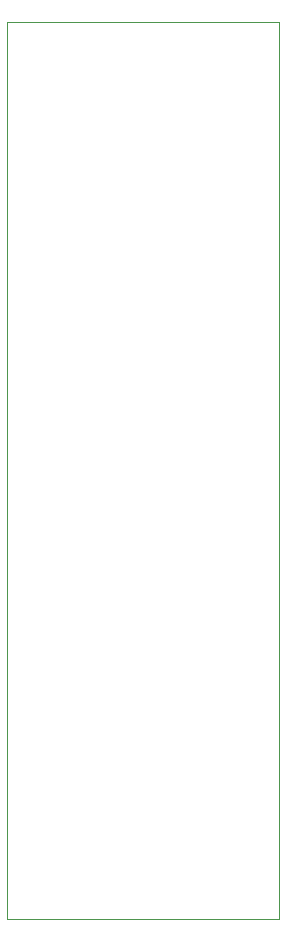
<source format=gbr>
%TF.GenerationSoftware,KiCad,Pcbnew,9.0.2*%
%TF.CreationDate,2025-07-31T19:10:48+02:00*%
%TF.ProjectId,ff-led-panel,66662d6c-6564-42d7-9061-6e656c2e6b69,rev?*%
%TF.SameCoordinates,Original*%
%TF.FileFunction,Profile,NP*%
%FSLAX46Y46*%
G04 Gerber Fmt 4.6, Leading zero omitted, Abs format (unit mm)*
G04 Created by KiCad (PCBNEW 9.0.2) date 2025-07-31 19:10:48*
%MOMM*%
%LPD*%
G01*
G04 APERTURE LIST*
%TA.AperFunction,Profile*%
%ADD10C,0.050000*%
%TD*%
G04 APERTURE END LIST*
D10*
X124000000Y-68000000D02*
X147000000Y-68000000D01*
X147000000Y-143955000D01*
X124000000Y-143955000D01*
X124000000Y-68000000D01*
M02*

</source>
